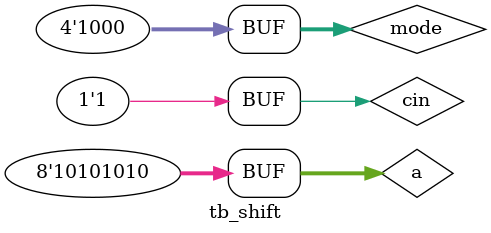
<source format=v>
`timescale 1ns/1ps

module tb_shift();
    reg [7:0] a;
    reg cin;
    reg [3:0] mode;
    wire [7:0] q;
    wire cout;

    shift testGate(
        .in(a),
        .cin(cin),
        .mode(mode),
        .out(q),
        .cout(cout)
    );

    initial begin
        a = 8'b10101010;
        mode = 0;
        repeat(8) begin
            cin = 0;
            #100;
            cin = 1;
            #100;
            mode = mode + 1;
        end
    end
endmodule
</source>
